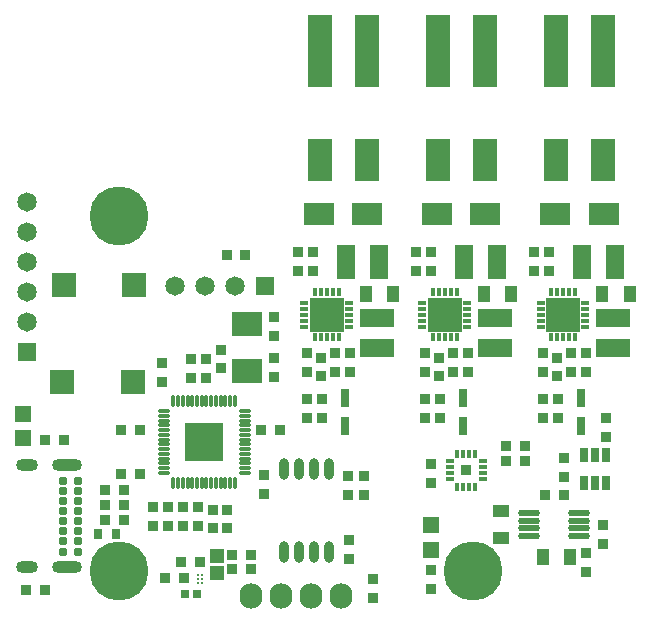
<source format=gts>
G04*
G04 #@! TF.GenerationSoftware,Altium Limited,Altium Designer,23.7.1 (13)*
G04*
G04 Layer_Color=8388736*
%FSLAX25Y25*%
%MOIN*%
G70*
G04*
G04 #@! TF.SameCoordinates,B06C9E69-D03D-43D7-B58E-4E52A57A25FB*
G04*
G04*
G04 #@! TF.FilePolarity,Negative*
G04*
G01*
G75*
%ADD46R,0.03701X0.03701*%
%ADD47R,0.03110X0.04882*%
%ADD48R,0.03701X0.03701*%
%ADD49R,0.04095X0.05276*%
%ADD50O,0.07244X0.02323*%
%ADD51R,0.05276X0.04095*%
%ADD52R,0.05276X0.05276*%
%ADD53O,0.03110X0.07244*%
%ADD54R,0.04567X0.04606*%
%ADD55C,0.01043*%
%ADD56R,0.03032X0.02717*%
%ADD57R,0.03110X0.03701*%
%ADD58R,0.08425X0.08425*%
G04:AMPARAMS|DCode=59|XSize=13.39mil|YSize=38.58mil|CornerRadius=3.74mil|HoleSize=0mil|Usage=FLASHONLY|Rotation=180.000|XOffset=0mil|YOffset=0mil|HoleType=Round|Shape=RoundedRectangle|*
%AMROUNDEDRECTD59*
21,1,0.01339,0.03110,0,0,180.0*
21,1,0.00591,0.03858,0,0,180.0*
1,1,0.00748,-0.00295,0.01555*
1,1,0.00748,0.00295,0.01555*
1,1,0.00748,0.00295,-0.01555*
1,1,0.00748,-0.00295,-0.01555*
%
%ADD59ROUNDEDRECTD59*%
G04:AMPARAMS|DCode=60|XSize=38.58mil|YSize=13.39mil|CornerRadius=3.74mil|HoleSize=0mil|Usage=FLASHONLY|Rotation=180.000|XOffset=0mil|YOffset=0mil|HoleType=Round|Shape=RoundedRectangle|*
%AMROUNDEDRECTD60*
21,1,0.03858,0.00591,0,0,180.0*
21,1,0.03110,0.01339,0,0,180.0*
1,1,0.00748,-0.01555,0.00295*
1,1,0.00748,0.01555,0.00295*
1,1,0.00748,0.01555,-0.00295*
1,1,0.00748,-0.01555,-0.00295*
%
%ADD60ROUNDEDRECTD60*%
%ADD61R,0.12756X0.12756*%
%ADD62R,0.10000X0.08425*%
%ADD63R,0.02717X0.06260*%
%ADD64R,0.11575X0.06063*%
G04:AMPARAMS|DCode=65|XSize=14.96mil|YSize=29.13mil|CornerRadius=5.12mil|HoleSize=0mil|Usage=FLASHONLY|Rotation=180.000|XOffset=0mil|YOffset=0mil|HoleType=Round|Shape=RoundedRectangle|*
%AMROUNDEDRECTD65*
21,1,0.01496,0.01890,0,0,180.0*
21,1,0.00472,0.02913,0,0,180.0*
1,1,0.01024,-0.00236,0.00945*
1,1,0.01024,0.00236,0.00945*
1,1,0.01024,0.00236,-0.00945*
1,1,0.01024,-0.00236,-0.00945*
%
%ADD65ROUNDEDRECTD65*%
G04:AMPARAMS|DCode=66|XSize=14.96mil|YSize=29.13mil|CornerRadius=5.12mil|HoleSize=0mil|Usage=FLASHONLY|Rotation=90.000|XOffset=0mil|YOffset=0mil|HoleType=Round|Shape=RoundedRectangle|*
%AMROUNDEDRECTD66*
21,1,0.01496,0.01890,0,0,90.0*
21,1,0.00472,0.02913,0,0,90.0*
1,1,0.01024,0.00945,0.00236*
1,1,0.01024,0.00945,-0.00236*
1,1,0.01024,-0.00945,-0.00236*
1,1,0.01024,-0.00945,0.00236*
%
%ADD66ROUNDEDRECTD66*%
%ADD67R,0.11181X0.11181*%
%ADD68R,0.06457X0.11575*%
%ADD69R,0.10000X0.07638*%
%ADD70R,0.08425X0.14331*%
%ADD71R,0.08425X0.24173*%
%ADD72R,0.06457X0.06457*%
%ADD73C,0.06457*%
%ADD74C,0.03110*%
%ADD75O,0.07244X0.04095*%
%ADD76O,0.10000X0.04095*%
%ADD77O,0.07638X0.08425*%
%ADD78R,0.06457X0.06457*%
%ADD79C,0.02520*%
%ADD80C,0.19685*%
D46*
X-30906Y-6496D02*
D03*
X-24606D02*
D03*
X148425Y25394D02*
D03*
X142126D02*
D03*
X135138Y41535D02*
D03*
X128839D02*
D03*
X135138Y36614D02*
D03*
X128839D02*
D03*
X53747Y46869D02*
D03*
X47447D02*
D03*
X44094Y5315D02*
D03*
X37795D02*
D03*
X44094Y492D02*
D03*
X37795D02*
D03*
X15354Y-2362D02*
D03*
X21654D02*
D03*
X20571Y3051D02*
D03*
X26870D02*
D03*
X591Y32087D02*
D03*
X6890D02*
D03*
X1575Y27067D02*
D03*
X-4724D02*
D03*
Y22047D02*
D03*
X1575D02*
D03*
X-4724Y16929D02*
D03*
X1575D02*
D03*
X-18504Y43602D02*
D03*
X-24803D02*
D03*
X591Y46850D02*
D03*
X6890D02*
D03*
X35827Y105118D02*
D03*
X42126D02*
D03*
X115748Y33465D02*
D03*
D47*
X154921Y38583D02*
D03*
X158661D02*
D03*
X162402D02*
D03*
Y29134D02*
D03*
X158661D02*
D03*
X154921Y29134D02*
D03*
D48*
X148327Y31398D02*
D03*
Y37697D02*
D03*
X161417Y8957D02*
D03*
Y15256D02*
D03*
X155709Y5807D02*
D03*
Y-492D02*
D03*
X103937Y35630D02*
D03*
Y29331D02*
D03*
Y-6102D02*
D03*
Y197D02*
D03*
X33858Y67421D02*
D03*
Y73721D02*
D03*
X48228Y25492D02*
D03*
Y31791D02*
D03*
X26280Y14961D02*
D03*
Y21260D02*
D03*
X31201Y14075D02*
D03*
Y20374D02*
D03*
X36122Y14075D02*
D03*
Y20374D02*
D03*
X21358Y14961D02*
D03*
Y21260D02*
D03*
X16437Y14961D02*
D03*
Y21260D02*
D03*
X11319Y14961D02*
D03*
Y21260D02*
D03*
X14370Y69291D02*
D03*
Y62992D02*
D03*
X23917Y70669D02*
D03*
Y64370D02*
D03*
X28839Y70669D02*
D03*
Y64370D02*
D03*
X51673Y84449D02*
D03*
Y78150D02*
D03*
Y64468D02*
D03*
Y70768D02*
D03*
X76858Y66228D02*
D03*
Y72528D02*
D03*
X72039Y72535D02*
D03*
Y66236D02*
D03*
X67315Y64760D02*
D03*
Y71059D02*
D03*
X101862Y66335D02*
D03*
Y72634D02*
D03*
X62492Y66335D02*
D03*
Y72634D02*
D03*
X67709Y57181D02*
D03*
Y50882D02*
D03*
X62492D02*
D03*
Y57181D02*
D03*
X64677Y99850D02*
D03*
Y106150D02*
D03*
X59677Y99850D02*
D03*
Y106150D02*
D03*
X111409Y72535D02*
D03*
Y66236D02*
D03*
X107079Y57181D02*
D03*
Y50882D02*
D03*
X101862D02*
D03*
Y57181D02*
D03*
X106685Y64760D02*
D03*
Y71059D02*
D03*
X116228Y66228D02*
D03*
Y72528D02*
D03*
X99047Y99850D02*
D03*
Y106150D02*
D03*
X104047Y99850D02*
D03*
Y106150D02*
D03*
X141232Y66335D02*
D03*
Y72634D02*
D03*
X155598Y66228D02*
D03*
Y72528D02*
D03*
X146449Y57181D02*
D03*
Y50882D02*
D03*
X141232D02*
D03*
Y57181D02*
D03*
X146055Y64760D02*
D03*
Y71059D02*
D03*
X162402Y44587D02*
D03*
Y50886D02*
D03*
X150779Y72536D02*
D03*
Y66236D02*
D03*
X143417Y99850D02*
D03*
Y106150D02*
D03*
X138417Y99850D02*
D03*
Y106150D02*
D03*
X76378Y31496D02*
D03*
Y25197D02*
D03*
X81496Y31496D02*
D03*
Y25197D02*
D03*
X76476Y3839D02*
D03*
Y10138D02*
D03*
X84547Y-8957D02*
D03*
Y-2657D02*
D03*
D49*
X150394Y4626D02*
D03*
X141339Y4626D02*
D03*
X130780Y92311D02*
D03*
X121724D02*
D03*
X91409D02*
D03*
X82354D02*
D03*
X170150Y92311D02*
D03*
X161094D02*
D03*
D50*
X153150Y11614D02*
D03*
Y14173D02*
D03*
X153150Y16732D02*
D03*
X153150Y19291D02*
D03*
X136614Y11614D02*
D03*
Y14173D02*
D03*
Y16732D02*
D03*
Y19291D02*
D03*
D51*
X127165Y19980D02*
D03*
Y10925D02*
D03*
D52*
X103937Y6988D02*
D03*
Y15256D02*
D03*
X-31890Y44094D02*
D03*
Y52362D02*
D03*
D53*
X54902Y6102D02*
D03*
X59902Y6102D02*
D03*
X64902D02*
D03*
X69902Y6102D02*
D03*
X54902Y34055D02*
D03*
X59902D02*
D03*
X64902D02*
D03*
X69902Y34055D02*
D03*
D54*
X32480Y-925D02*
D03*
Y4862D02*
D03*
D55*
X27559Y-4134D02*
D03*
X26181D02*
D03*
X27559Y-2756D02*
D03*
X26181D02*
D03*
X27559Y-1378D02*
D03*
X26181D02*
D03*
D56*
X22047Y-7874D02*
D03*
X25984D02*
D03*
D57*
X-6890Y12303D02*
D03*
X-984D02*
D03*
D58*
X5118Y95276D02*
D03*
X-18504Y95276D02*
D03*
X4724Y62992D02*
D03*
X-18898D02*
D03*
D59*
X38583Y56437D02*
D03*
X37008D02*
D03*
X35433D02*
D03*
X33858D02*
D03*
X32283D02*
D03*
X30709D02*
D03*
X29134D02*
D03*
X27559D02*
D03*
X25984D02*
D03*
X24409D02*
D03*
X22835D02*
D03*
X21260D02*
D03*
X19685D02*
D03*
X18110D02*
D03*
Y29390D02*
D03*
X19685D02*
D03*
X21260D02*
D03*
X22835Y29390D02*
D03*
X24409D02*
D03*
X25984D02*
D03*
X27559D02*
D03*
X29134D02*
D03*
X30709D02*
D03*
X32283D02*
D03*
X33858D02*
D03*
X35433Y29390D02*
D03*
X37008D02*
D03*
X38583D02*
D03*
D60*
X41870Y32677D02*
D03*
Y34252D02*
D03*
Y35827D02*
D03*
Y37402D02*
D03*
Y38976D02*
D03*
Y40551D02*
D03*
Y42126D02*
D03*
Y43701D02*
D03*
Y45276D02*
D03*
Y46850D02*
D03*
Y48425D02*
D03*
Y50000D02*
D03*
Y51575D02*
D03*
Y53150D02*
D03*
X14823D02*
D03*
Y51575D02*
D03*
Y50000D02*
D03*
Y48425D02*
D03*
Y46850D02*
D03*
Y45276D02*
D03*
Y43701D02*
D03*
Y42126D02*
D03*
Y40551D02*
D03*
Y38976D02*
D03*
Y37402D02*
D03*
Y35827D02*
D03*
Y34252D02*
D03*
Y32677D02*
D03*
D61*
X28346Y42913D02*
D03*
D62*
X42618Y66437D02*
D03*
Y82185D02*
D03*
D63*
X75386Y57476D02*
D03*
Y48224D02*
D03*
X114756Y57476D02*
D03*
Y48224D02*
D03*
X154126Y57476D02*
D03*
Y48224D02*
D03*
D64*
X85882Y84232D02*
D03*
Y74390D02*
D03*
X125252Y84232D02*
D03*
Y74390D02*
D03*
X164622Y84232D02*
D03*
Y74390D02*
D03*
D65*
X65284Y77787D02*
D03*
X67252D02*
D03*
X69221D02*
D03*
X71189D02*
D03*
X73158D02*
D03*
Y92748D02*
D03*
X71189D02*
D03*
X69221D02*
D03*
X67252D02*
D03*
X65284D02*
D03*
X118701Y38976D02*
D03*
X116732D02*
D03*
X114764D02*
D03*
X112795D02*
D03*
Y27953D02*
D03*
X114764D02*
D03*
X116732D02*
D03*
X118701D02*
D03*
X104654Y92748D02*
D03*
X106622D02*
D03*
X108591D02*
D03*
X110559D02*
D03*
X112528D02*
D03*
Y77787D02*
D03*
X110559D02*
D03*
X108591D02*
D03*
X106622D02*
D03*
X104654D02*
D03*
X144024Y77787D02*
D03*
X145992D02*
D03*
X147961D02*
D03*
X149929D02*
D03*
X151898D02*
D03*
Y92748D02*
D03*
X149929D02*
D03*
X147961D02*
D03*
X145992D02*
D03*
X144024D02*
D03*
D66*
X76701Y81331D02*
D03*
Y83299D02*
D03*
Y85268D02*
D03*
Y87236D02*
D03*
Y89205D02*
D03*
X61740D02*
D03*
Y87236D02*
D03*
Y85268D02*
D03*
Y83299D02*
D03*
Y81331D02*
D03*
X110236Y36417D02*
D03*
Y34449D02*
D03*
Y32480D02*
D03*
Y30512D02*
D03*
X121260D02*
D03*
Y32480D02*
D03*
Y34449D02*
D03*
Y36417D02*
D03*
X101110Y81331D02*
D03*
Y83299D02*
D03*
Y85268D02*
D03*
Y87236D02*
D03*
Y89205D02*
D03*
X116071D02*
D03*
Y87236D02*
D03*
Y85268D02*
D03*
Y83299D02*
D03*
Y81331D02*
D03*
X155441Y81331D02*
D03*
Y83299D02*
D03*
Y85268D02*
D03*
Y87236D02*
D03*
Y89205D02*
D03*
X140480D02*
D03*
Y87236D02*
D03*
Y85268D02*
D03*
Y83299D02*
D03*
Y81331D02*
D03*
D67*
X69221Y85268D02*
D03*
X108591D02*
D03*
X147961Y85268D02*
D03*
D68*
X75665Y102811D02*
D03*
X86689D02*
D03*
X115035D02*
D03*
X126059D02*
D03*
X154405Y102811D02*
D03*
X165429D02*
D03*
D69*
X145346Y118811D02*
D03*
X161488D02*
D03*
X105976Y118811D02*
D03*
X122118D02*
D03*
X66606D02*
D03*
X82748D02*
D03*
D70*
X145669Y136811D02*
D03*
X161417D02*
D03*
X106299Y136811D02*
D03*
X122047D02*
D03*
X66929D02*
D03*
X82677D02*
D03*
D71*
X145669Y173228D02*
D03*
X161417D02*
D03*
X106299Y173228D02*
D03*
X122047D02*
D03*
X66929Y173228D02*
D03*
X82677Y173228D02*
D03*
D72*
X-30709Y73071D02*
D03*
D73*
Y83071D02*
D03*
Y93071D02*
D03*
Y103071D02*
D03*
Y113071D02*
D03*
Y123071D02*
D03*
X18740Y94882D02*
D03*
X28740D02*
D03*
X38740D02*
D03*
D74*
X-13543Y29823D02*
D03*
Y26476D02*
D03*
Y23130D02*
D03*
Y19783D02*
D03*
Y16437D02*
D03*
Y13091D02*
D03*
Y9744D02*
D03*
Y6398D02*
D03*
X-18858Y6398D02*
D03*
X-18858Y9744D02*
D03*
X-18858Y13091D02*
D03*
Y16437D02*
D03*
Y19783D02*
D03*
Y23130D02*
D03*
X-18858Y26476D02*
D03*
X-18858Y29823D02*
D03*
D75*
X-30709Y35138D02*
D03*
Y1083D02*
D03*
D76*
X-17402Y35138D02*
D03*
Y1083D02*
D03*
D77*
X44055Y-8268D02*
D03*
X54055D02*
D03*
X64055D02*
D03*
X74055D02*
D03*
D78*
X48740Y94882D02*
D03*
D79*
X115748Y33465D02*
D03*
D80*
X0Y0D02*
D03*
Y118110D02*
D03*
X118110Y0D02*
D03*
M02*

</source>
